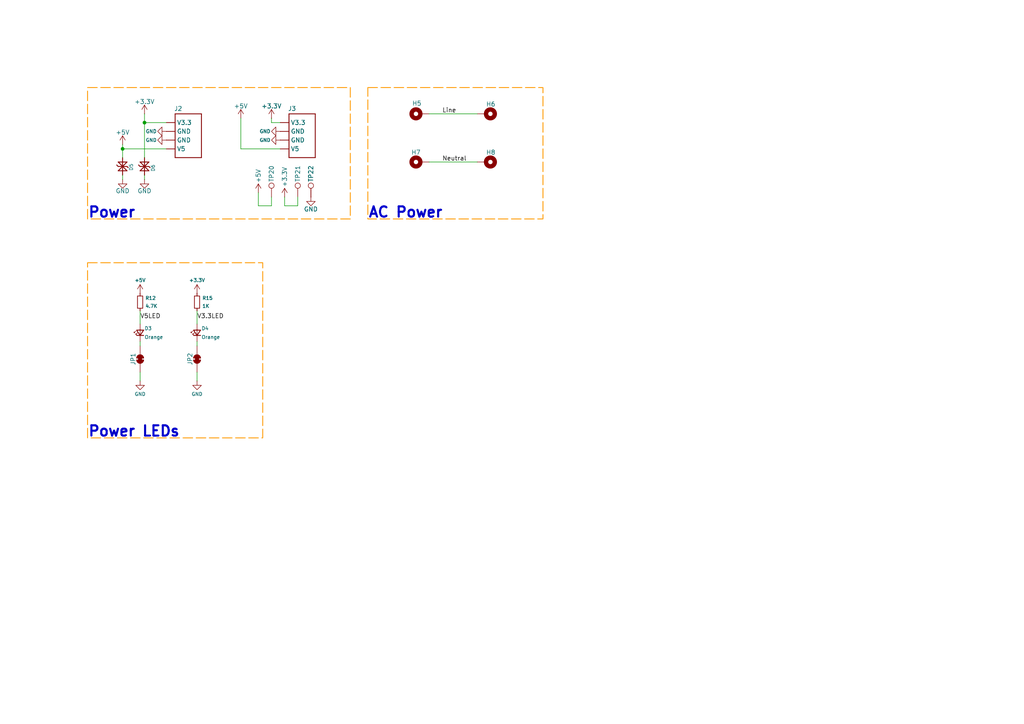
<source format=kicad_sch>
(kicad_sch (version 20250114) (generator "eeschema") (generator_version "9.0")
  (paper "A4")
  (title_block (title "Current Sensor") (date "<<release-date>>") (rev "<<tag>>") (comment 1 "<<hash>>"))
  (lib_symbols
    (symbol "CRGM Connector:AQ_POWER"
      (property "Reference" "J" (at 0 2.794 0))
      (symbol "AQ_POWER_1_0"
        (polyline (pts (xy 0 2.54) (xy 7.62 2.54)) (stroke (width 0.254)))
        (polyline (pts (xy 0 -10.16) (xy 0 2.54)) (stroke (width 0.254)))
        (polyline (pts (xy 7.62 2.54) (xy 7.62 -10.16)) (stroke (width 0.254)))
        (polyline (pts (xy 7.62 -10.16) (xy 0 -10.16)) (stroke (width 0.254)))
        (pin passive line (at -2.54 0 0) (length 2.54) (name "V3.3") (number "4"))
        (pin passive line (at -2.54 -2.54 0) (length 2.54) (name "GND") (number "3"))
        (pin passive line (at -2.54 -5.08 0) (length 2.54) (name "GND") (number "2"))
        (pin passive line (at -2.54 -7.62 0) (length 2.54) (name "V5") (number "1"))
      )
    )
    (symbol "CRGM Passive:PESD3V3S1BL"
      (property "Reference" "D" (at -1.524 1.524 0))
      (symbol "PESD3V3S1BL_1_0"
        (polyline (pts (xy -2.54 0) (xy 2.54 0)) (stroke (width 0.254)))
        (polyline (pts (xy -1.27 1.27) (xy -0.0101 0.0101)) (stroke (width 0.254)))
        (polyline (pts (xy -1.27 -1.27) (xy -1.27 1.27)) (stroke (width 0.254)))
        (polyline (pts (xy -0.3445 -1.6043) (xy -0.3573 -1.6043)) (stroke (width 0.254)))
        (polyline (pts (xy -0.0101 1.2955) (xy -0.0101 -1.27)) (stroke (width 0.254)))
        (polyline (pts (xy -0.0101 1.2955) (xy 0.3778 1.6835)) (stroke (width 0.254)))
        (polyline (pts (xy -0.0101 0.0101) (xy -0.0101 -0.0101)) (stroke (width 0.254)))
        (polyline (pts (xy -0.0101 -0.0101) (xy -1.27 -1.27)) (stroke (width 0.254)))
        (polyline (pts (xy -0.0101 -1.27) (xy -0.3445 -1.6043)) (stroke (width 0.254)))
        (polyline (pts (xy 0.0101 0.0101) (xy 0.0101 -0.0101)) (stroke (width 0.254)))
        (polyline (pts (xy 0.0101 -0.0101) (xy 1.27 -1.27)) (stroke (width 0.254)))
        (polyline (pts (xy 0.3778 1.6835) (xy 0.3981 1.6835)) (stroke (width 0.254)))
        (polyline (pts (xy 1.27 1.27) (xy 0.0101 0.0101)) (stroke (width 0.254)))
        (polyline (pts (xy 1.27 -1.27) (xy 1.27 1.27)) (stroke (width 0.254)))
        (pin passive line (at -2.54 0 0) (length 0) (name "K1") (number "1"))
        (pin passive line (at 2.54 0 180) (length 0) (name "K2") (number "2"))
      )
    )
    (symbol "CRGM Passive:PESD5V5C1BLYL"
      (property "Reference" "D" (at -1.524 1.524 0))
      (symbol "PESD5V5C1BLYL_1_0"
        (polyline (pts (xy -2.54 0) (xy 2.54 0)) (stroke (width 0.254)))
        (polyline (pts (xy -1.27 1.27) (xy -0.0101 0.0101)) (stroke (width 0.254)))
        (polyline (pts (xy -1.27 -1.27) (xy -1.27 1.27)) (stroke (width 0.254)))
        (polyline (pts (xy -0.3445 -1.6043) (xy -0.3573 -1.6043)) (stroke (width 0.254)))
        (polyline (pts (xy -0.0101 1.2955) (xy -0.0101 -1.27)) (stroke (width 0.254)))
        (polyline (pts (xy -0.0101 1.2955) (xy 0.3778 1.6835)) (stroke (width 0.254)))
        (polyline (pts (xy -0.0101 0.0101) (xy -0.0101 -0.0101)) (stroke (width 0.254)))
        (polyline (pts (xy -0.0101 -0.0101) (xy -1.27 -1.27)) (stroke (width 0.254)))
        (polyline (pts (xy -0.0101 -1.27) (xy -0.3445 -1.6043)) (stroke (width 0.254)))
        (polyline (pts (xy 0.0101 0.0101) (xy 0.0101 -0.0101)) (stroke (width 0.254)))
        (polyline (pts (xy 0.0101 -0.0101) (xy 1.27 -1.27)) (stroke (width 0.254)))
        (polyline (pts (xy 0.3778 1.6835) (xy 0.3981 1.6835)) (stroke (width 0.254)))
        (polyline (pts (xy 1.27 1.27) (xy 0.0101 0.0101)) (stroke (width 0.254)))
        (polyline (pts (xy 1.27 -1.27) (xy 1.27 1.27)) (stroke (width 0.254)))
        (pin passive line (at -2.54 0 0) (length 0) (name "K1") (number "1"))
        (pin passive line (at 2.54 0 180) (length 0) (name "K2") (number "2"))
      )
    )
    (symbol "Connector:TestPoint" (pin_numbers (hide yes)) (pin_names (offset 0.762) (hide yes))
      (property "Reference" "TP" (at 0 6.858 0))
      (property "Value" "TestPoint" (at 0 5.08 0))
      (symbol "TestPoint_0_1"
        (circle (center 0 3.302) (radius 0.762))
      )
      (symbol "TestPoint_1_1"
        (pin passive line (at 0 0 90) (length 2.54) (name "1") (number "1"))
      )
    )
    (symbol "Device:LED_Small" (pin_numbers (hide yes)) (pin_names (offset 0.254) (hide yes))
      (property "Reference" "D" (at -1.27 3.175 0))
      (property "Value" "LED_Small" (at -4.445 -2.54 0))
      (symbol "LED_Small_0_1"
        (polyline (pts (xy -0.762 -1.016) (xy -0.762 1.016)) (stroke (width 0.254)))
        (polyline (pts (xy 0 0.762) (xy -0.508 1.27) (xy -0.254 1.27) (xy -0.508 1.27) (xy -0.508 1.016)))
        (polyline (pts (xy 0.508 1.27) (xy 0 1.778) (xy 0.254 1.778) (xy 0 1.778) (xy 0 1.524)))
        (polyline (pts (xy 0.762 -1.016) (xy -0.762 0) (xy 0.762 1.016) (xy 0.762 -1.016)) (stroke (width 0.254)))
        (polyline (pts (xy 1.016 0) (xy -0.762 0)))
      )
      (symbol "LED_Small_1_1"
        (pin passive line (at -2.54 0 0) (length 1.778) (name "K") (number "1"))
        (pin passive line (at 2.54 0 180) (length 1.778) (name "A") (number "2"))
      )
    )
    (symbol "Device:R_Small" (pin_numbers (hide yes)) (pin_names (offset 0.254) (hide yes))
      (property "Reference" "R" (at 0 0 90))
      (property "Value" "R_Small" (at 1.778 0 90))
      (symbol "R_Small_0_1"
        (rectangle (start -0.762 1.778) (end 0.762 -1.778) (stroke (width 0.2032)))
      )
      (symbol "R_Small_1_1"
        (pin passive line (at 0 2.54 270) (length 0.762) (name "~") (number "1"))
        (pin passive line (at 0 -2.54 90) (length 0.762) (name "~") (number "2"))
      )
    )
    (symbol "Jumper:SolderJumper_2_Bridged" (pin_numbers (hide yes)) (pin_names (offset 0) (hide yes)) (in_bom no)
      (property "Reference" "JP" (at 0 2.032 0))
      (property "Value" "SolderJumper_2_Bridged" (at 0 -2.54 0))
      (symbol "SolderJumper_2_Bridged_0_1"
        (rectangle (start -0.508 0.508) (end 0.508 -0.508) (fill (type outline)))
        (polyline (pts (xy -0.254 1.016) (xy -0.254 -1.016)))
        (arc (start -0.254 -1.016) (mid -1.2656 0) (end -0.254 1.016))
        (arc (start -0.254 -1.016) (mid -1.2656 0) (end -0.254 1.016) (fill (type outline)))
        (arc (start 0.254 1.016) (mid 1.2656 0) (end 0.254 -1.016))
        (arc (start 0.254 1.016) (mid 1.2656 0) (end 0.254 -1.016) (fill (type outline)))
        (polyline (pts (xy 0.254 1.016) (xy 0.254 -1.016)))
      )
      (symbol "SolderJumper_2_Bridged_1_1"
        (pin passive line (at -3.81 0 0) (length 2.54) (name "A") (number "1"))
        (pin passive line (at 3.81 0 180) (length 2.54) (name "B") (number "2"))
      )
    )
    (symbol "Mechanical:MountingHole_Pad" (pin_numbers (hide yes)) (pin_names (offset 1.016) (hide yes)) (in_bom no)
      (property "Reference" "H" (at 0 6.35 0))
      (symbol "MountingHole_Pad_0_1"
        (circle (center 0 1.27) (radius 1.27) (stroke (width 1.27)))
      )
      (symbol "MountingHole_Pad_1_1"
        (pin passive line (at 0 -2.54 90) (length 2.54) (name "1") (number "1"))
      )
    )
    (symbol "power:+3.3V" (power) (pin_numbers (hide yes)) (pin_names (offset 0) (hide yes))
      (property "Value" "+3.3V" (at 0 3.556 0))
      (symbol "+3.3V_0_1"
        (polyline (pts (xy -0.762 1.27) (xy 0 2.54)))
        (polyline (pts (xy 0 2.54) (xy 0.762 1.27)))
        (polyline (pts (xy 0 0) (xy 0 2.54)))
      )
      (symbol "+3.3V_1_1"
        (pin power_in line (at 0 0 90) (length 0) (name "~") (number "1"))
      )
    )
    (symbol "power:+5V" (power) (pin_numbers (hide yes)) (pin_names (offset 0) (hide yes))
      (property "Value" "+5V" (at 0 3.556 0))
      (symbol "+5V_0_1"
        (polyline (pts (xy -0.762 1.27) (xy 0 2.54)))
        (polyline (pts (xy 0 2.54) (xy 0.762 1.27)))
        (polyline (pts (xy 0 0) (xy 0 2.54)))
      )
      (symbol "+5V_1_1"
        (pin power_in line (at 0 0 90) (length 0) (name "~") (number "1"))
      )
    )
    (symbol "power:GND" (power) (pin_numbers (hide yes)) (pin_names (offset 0) (hide yes))
      (property "Value" "GND" (at 0 -3.81 0))
      (symbol "GND_0_1"
        (polyline (pts (xy 0 0) (xy 0 -1.27) (xy 1.27 -1.27) (xy 0 -2.54) (xy -1.27 -1.27) (xy 0 -1.27)))
      )
      (symbol "GND_1_1"
        (pin power_in line (at 0 0 270) (length 0) (name "~") (number "1"))
      )
    )
  )
  (rectangle (start 25.4 76.2) (end 76.2 127) (stroke (width 0.254) (type dash) (color 255 153 0 1)))
  (rectangle (start 106.68 25.4) (end 157.48 63.5) (stroke (width 0.254) (type dash) (color 255 153 0 1)))
  (rectangle (start 25.4 25.4) (end 101.6 63.5) (stroke (width 0.254) (type dash) (color 255 153 0 1)))
  (text "Power LEDs" (at 25.4 127 0) (effects (font (size 3 3) (thickness 0.6) (bold yes)) (justify left bottom)))
  (text "Power" (at 25.4 63.5 0) (effects (font (size 3 3) (thickness 0.6) (bold yes)) (justify left bottom)))
  (text "AC Power" (at 106.68 63.5 0) (effects (font (size 3 3) (thickness 0.6) (bold yes)) (justify left bottom)))
  (junction (at 41.91 35.56))
  (junction (at 35.56 43.18))
  (wire (pts (xy 41.91 52.07) (xy 41.91 50.8)))
  (wire (pts (xy 35.56 43.18) (xy 35.56 45.72)))
  (wire (pts (xy 81.28 43.18) (xy 69.85 43.18)))
  (wire (pts (xy 57.15 93.98) (xy 57.15 90.17)))
  (wire (pts (xy 40.64 93.98) (xy 40.64 90.17)))
  (wire (pts (xy 41.91 35.56) (xy 48.26 35.56)))
  (wire (pts (xy 124.46 33.02) (xy 138.43 33.02)) (stroke (width 0.1524)))
  (wire (pts (xy 69.85 43.18) (xy 69.85 34.29)))
  (wire (pts (xy 78.74 59.69) (xy 78.74 57.15)))
  (wire (pts (xy 86.36 57.15) (xy 86.36 59.69)))
  (wire (pts (xy 82.55 57.15) (xy 82.55 59.69)))
  (wire (pts (xy 35.56 50.8) (xy 35.56 52.07)))
  (wire (pts (xy 74.93 59.69) (xy 74.93 55.88)))
  (wire (pts (xy 41.91 35.56) (xy 41.91 45.72)))
  (wire (pts (xy 40.64 100.33) (xy 40.64 99.06)))
  (wire (pts (xy 40.64 110.49) (xy 40.64 107.95)))
  (wire (pts (xy 86.36 59.69) (xy 82.55 59.69)))
  (wire (pts (xy 78.74 35.56) (xy 78.74 34.29)))
  (wire (pts (xy 124.46 46.99) (xy 138.43 46.99)) (stroke (width 0.1524)))
  (wire (pts (xy 74.93 59.69) (xy 78.74 59.69)))
  (wire (pts (xy 81.28 35.56) (xy 78.74 35.56)))
  (wire (pts (xy 57.15 100.33) (xy 57.15 99.06)))
  (wire (pts (xy 41.91 35.56) (xy 41.91 33.02)))
  (wire (pts (xy 35.56 41.91) (xy 35.56 43.18)))
  (wire (pts (xy 57.15 110.49) (xy 57.15 107.95)))
  (wire (pts (xy 35.56 43.18) (xy 48.26 43.18)))
  (label "Line" (at 128.27 33.02 0))
  (label "V3.3LED" (at 57.15 92.71 0))
  (label "Neutral" (at 128.27 46.99 0))
  (label "V5LED" (at 40.64 92.71 0))
  (symbol (lib_id "Jumper:SolderJumper_2_Bridged") (at 57.15 104.14 90) (unit 1) (in_bom no)
    (property "Reference" "JP2" (at 55.118 104.14 0))
    (property "Footprint" "CRGM Connector:SolderJumper-2_P1.3mm_Bridged_RoundedPad1.0x1.5mm" (effects (hide yes)))
    (property "Description" "Solder Jumper, 2-pole, closed/bridged" (effects (hide yes)))
  )
  (symbol (lib_id "Mechanical:MountingHole_Pad") (at 121.92 33.02 90) (unit 1) (in_bom no)
    (property "Reference" "H5" (at 120.904 29.972 90))
    (property "Footprint" "CRGM Mechanical:MountingHole_3.2mm_M3_Pad_Via" (effects (hide yes)))
    (property "Description" "Mounting Hole with connection" (effects (hide yes)))
  )
  (symbol (lib_id "power:GND") (at 90.17 57.15 0) (unit 1)
    (property "Reference" "#PWR0113" (effects (hide yes)))
    (property "Value" "GND" (at 90.17 59.944 0) (effects (justify top)))
    (property "Description" "Power symbol creates a global label with name \"GND\" , ground" (effects (hide yes)))
  )
  (symbol (lib_id "Device:LED_Small") (at 40.64 96.52 90) (unit 1)
    (property "Reference" "D3" (at 41.91 95.25 90) (effects (font (size 1 1)) (justify right)))
    (property "Value" "Orange" (at 41.91 97.79 90) (effects (font (size 1 1)) (justify right)))
    (property "Footprint" "CRGM Passive:LED_0603_1608Metric" (effects (hide yes)))
    (property "Datasheet" "https://optoelectronics.liteon.com/upload/download/DS22-2000-228/LTST-C191KGKT.PDF" (effects (hide yes)))
    (property "Description" "20mA 315mcd Colorless Orange 120° 50mW 2.3V 0603" (effects (hide yes)))
    (property "MN" "XINGLIGHT" (effects (hide yes)))
    (property "MPN" "XL-1608UOC-06" (effects (hide yes)))
    (property "Mouser" "859-LTST-C190KFKT" (effects (hide yes)))
    (property "Digikey" "5962-XL-1608UOC-06TR-ND" (effects (hide yes)))
    (property "LCSC" "C965800" (effects (hide yes)))
  )
  (symbol (lib_id "CRGM Passive:PESD3V3S1BL") (at 41.91 48.26 90) (unit 1)
    (property "Reference" "D6" (at 44.958 49.784 0) (effects (font (size 1 1) (thickness 0.125)) (justify left bottom)))
    (property "Value" "PESD3V3S1BL" (effects (hide yes)))
    (property "Footprint" "CRGM Passive:DFN1006-2" (effects (hide yes)))
    (property "Datasheet" "https://www.nexperia.com/product/PESD3V3S1BL" (effects (hide yes)))
    (property "Description" "PESD3V3S1BL - Low capacitance bidirectional ESD protection diode\nVrwm=3.3v\nSource: https://assets.nexperia.com/documents/data-sheet/PESD3V3S1BL.pdf  Datasheet\nJLCPCB - C552521  Alternate https://jlcpcb.com/partdetail/DiodesIncorporated-DESD3V3S1BL7B/C500765 DESD3V3S1BL\nJLCPCB - C500765\nhttps://jlcpcb.com/partdetail/Fuxinsemi-LESD8D33CAT5G/C5563754 LESD8D3.3CAT5G\nJLCPCB - C5563754" (effects (hide yes)))
    (property "LCSC" "C5563754" (effects (hide yes)))
    (property "Digikey" "1727-PESD3V3S1BLYLTR-ND" (effects (hide yes)))
    (property "Mouser" "621-DESD3V3S1BL-7B" (effects (hide yes)))
    (property "MN" "FUXINSEMI" (effects (hide yes)))
    (property "MPN" "LESD8D3.3CAT5G" (effects (hide yes)))
  )
  (symbol (lib_id "Mechanical:MountingHole_Pad") (at 140.97 33.02 270) (unit 1) (in_bom no)
    (property "Reference" "H6" (at 140.97 30.226 90) (effects (justify left)))
    (property "Footprint" "CRGM Mechanical:MountingHole_3.2mm_M3_Pad_Via" (effects (hide yes)))
    (property "Description" "Mounting Hole with connection" (effects (hide yes)))
  )
  (symbol (lib_id "power:GND") (at 35.56 52.07 0) (unit 1)
    (property "Reference" "#PWR0115" (effects (hide yes)))
    (property "Value" "GND" (at 35.56 55.372 0))
    (property "Description" "Power symbol creates a global label with name \"GND\" , ground" (effects (hide yes)))
  )
  (symbol (lib_id "power:GND") (at 81.28 40.64 270) (unit 1)
    (property "Reference" "#PWR0111" (effects (hide yes)))
    (property "Value" "GND" (at 78.486 40.64 90) (effects (font (size 1 1)) (justify right)))
    (property "Description" "Power symbol creates a global label with name \"GND\" , ground" (effects (hide yes)))
  )
  (symbol (lib_id "power:GND") (at 40.64 110.49 0) (unit 1)
    (property "Reference" "#PWR025" (effects (hide yes)))
    (property "Value" "GND" (at 40.64 114.3 0) (effects (font (size 1 1))))
  )
  (symbol (lib_id "power:GND") (at 41.91 52.07 0) (unit 1)
    (property "Reference" "#PWR0116" (effects (hide yes)))
    (property "Value" "GND" (at 41.91 55.372 0))
    (property "Description" "Power symbol creates a global label with name \"GND\" , ground" (effects (hide yes)))
  )
  (symbol (lib_id "CRGM Passive:PESD5V5C1BLYL") (at 35.56 48.26 90) (unit 1)
    (property "Reference" "D5" (at 38.608 49.53 0) (effects (font (size 1 1) (thickness 0.125)) (justify left bottom)))
    (property "Value" "PESD5V5C1BL" (effects (hide yes)))
    (property "Footprint" "CRGM Passive:DFN1006-2" (effects (hide yes)))
    (property "Datasheet" "https://assets.nexperia.com/documents/data-sheet/PESD5V5C1BL.pdf" (effects (hide yes)))
    (property "Description" "TVS DIODE Vrwm=5.5v Vcl=5.4v Ippm=6.5A DFN10062" (effects (hide yes)))
    (property "LCSC" "C2827636" (effects (hide yes)))
    (property "Mouser" "771-PESD5V5C1BLYL" (effects (hide yes)))
    (property "Digikey" "1727-PESD5V5C1BLYLTR-ND" (effects (hide yes)))
    (property "MN" "Nexperia" (effects (hide yes)))
    (property "MPN" "PESD5V5C1BLYL" (effects (hide yes)))
  )
  (symbol (lib_id "Mechanical:MountingHole_Pad") (at 121.92 46.99 90) (unit 1) (in_bom no)
    (property "Reference" "H7" (at 120.65 44.196 90))
    (property "Footprint" "CRGM Mechanical:MountingHole_3.2mm_M3_Pad_Via" (effects (hide yes)))
    (property "Description" "Mounting Hole with connection" (effects (hide yes)))
  )
  (symbol (lib_id "Device:LED_Small") (at 57.15 96.52 90) (unit 1)
    (property "Reference" "D4" (at 58.42 95.25 90) (effects (font (size 1 1)) (justify right)))
    (property "Value" "Orange" (at 58.42 97.79 90) (effects (font (size 1 1)) (justify right)))
    (property "Footprint" "CRGM Passive:LED_0603_1608Metric" (effects (hide yes)))
    (property "Datasheet" "https://optoelectronics.liteon.com/upload/download/DS22-2000-228/LTST-C191KGKT.PDF" (effects (hide yes)))
    (property "Description" "20mA 315mcd Colorless Orange 120° 50mW 2.3V 0603" (effects (hide yes)))
    (property "MN" "XINGLIGHT" (effects (hide yes)))
    (property "MPN" "XL-1608UOC-06" (effects (hide yes)))
    (property "Mouser" "859-LTST-C190KFKT" (effects (hide yes)))
    (property "Digikey" "5962-XL-1608UOC-06TR-ND" (effects (hide yes)))
    (property "LCSC" "C965800" (effects (hide yes)))
  )
  (symbol (lib_id "Connector:TestPoint") (at 78.74 57.15 0) (unit 1) (in_bom no)
    (property "Reference" "TP20" (at 78.74 52.832 90) (effects (justify left)))
    (property "Footprint" "CRGM Mechanical:TestPoint_Pad_D1.0mm" (effects (hide yes)))
    (property "Description" "test point" (effects (hide yes)))
  )
  (symbol (lib_id "Device:R_Small") (at 40.64 87.63 0) (unit 1)
    (property "Reference" "R12" (at 42.1386 86.4616 0) (effects (font (size 1 1)) (justify left)))
    (property "Value" "4.7K" (at 42.1386 88.773 0) (effects (font (size 1 1)) (justify left)))
    (property "Footprint" "CRGM Passive:R_0603_1608Metric" (effects (hide yes)))
    (property "Datasheet" "https://www.vishay.com/docs/28773/crcwce3.pdf" (effects (hide yes)))
    (property "Description" "Thick Film Resistors - SMD 1/10Watt 4.7Kohms 5% Commercial Use" (effects (hide yes)))
    (property "MN" "FOJAN " (effects (hide yes)))
    (property "MPN" "FRC0603J472 TS" (effects (hide yes)))
    (property "Mouser" "71-CRCW06034K70JNEAC" (effects (hide yes)))
    (property "Digikey" "541-3993-2-ND" (effects (hide yes)))
    (property "LCSC" "C2907166" (effects (hide yes)))
    (property "Tolerance" "5%" (effects (hide yes)))
  )
  (symbol (lib_id "power:GND") (at 57.15 110.49 0) (unit 1)
    (property "Reference" "#PWR026" (effects (hide yes)))
    (property "Value" "GND" (at 57.15 114.3 0) (effects (font (size 1 1))))
  )
  (symbol (lib_id "power:+3.3V") (at 78.74 34.29 0) (unit 1)
    (property "Reference" "#PWR055" (effects (hide yes)))
    (property "Value" "+3.3V" (at 78.74 31.496 0) (effects (justify bottom)))
    (property "Description" "Power symbol creates a global label with name \"+3.3V\"" (effects (hide yes)))
  )
  (symbol (lib_id "power:+3.3V") (at 82.55 57.15 0) (unit 1)
    (property "Reference" "#PWR0114" (effects (hide yes)))
    (property "Value" "+3.3V" (at 82.55 51.308 90))
    (property "Description" "Power symbol creates a global label with name \"+3.3V\"" (effects (hide yes)))
  )
  (symbol (lib_id "power:GND") (at 81.28 38.1 270) (unit 1)
    (property "Reference" "#PWR0110" (effects (hide yes)))
    (property "Value" "GND" (at 78.486 38.1 90) (effects (font (size 1 1)) (justify right)))
    (property "Description" "Power symbol creates a global label with name \"GND\" , ground" (effects (hide yes)))
  )
  (symbol (lib_id "Connector:TestPoint") (at 86.36 57.15 0) (unit 1) (in_bom no)
    (property "Reference" "TP21" (at 86.36 52.832 90) (effects (justify left)))
    (property "Footprint" "CRGM Mechanical:TestPoint_Pad_D1.0mm" (effects (hide yes)))
    (property "Description" "test point" (effects (hide yes)))
  )
  (symbol (lib_id "CRGM Connector:AQ_POWER") (at 50.8 35.56 0) (unit 1)
    (property "Reference" "J2" (at 50.546 31.496 0) (effects (font (thickness 0.125)) (justify left)))
    (property "Footprint" "CRGM Connector:JST_SH_SM04B-SRSS-TB_1x04-1MP_P1.00mm_Horizontal" (effects (hide yes)))
    (property "Datasheet" "https://www.jst-mfg.com/product/pdf/eng/eSH.pdf" (effects (hide yes)))
    (property "Description" "4 Position, 1mm pitch" (effects (hide yes)))
    (property "MN" "JST" (effects (hide yes)))
    (property "MPN" "SM04B-SRSS-TBT(LF)(SN)" (effects (hide yes)))
    (property "LCSC" "C2763614" (effects (hide yes)))
    (property "Mouser" "306-SM04BSRSSTBTLFSN" (effects (hide yes)))
    (property "Digikey" "455-SM04B-SRSS-TBTR-ND" (effects (hide yes)))
  )
  (symbol (lib_id "power:+3.3V") (at 57.15 85.09 0) (unit 1)
    (property "Reference" "#PWR024" (effects (hide yes)))
    (property "Value" "+3.3V" (at 57.15 81.28 0) (effects (font (size 1 1))))
  )
  (symbol (lib_id "power:+3.3V") (at 41.91 33.02 0) (unit 1)
    (property "Reference" "#PWR028" (effects (hide yes)))
    (property "Value" "+3.3V" (at 41.91 30.226 0) (effects (justify bottom)))
    (property "Description" "Power symbol creates a global label with name \"+3.3V\"" (effects (hide yes)))
  )
  (symbol (lib_id "power:+5V") (at 74.93 55.88 0) (unit 1)
    (property "Reference" "#PWR0112" (effects (hide yes)))
    (property "Value" "+5V" (at 74.93 53.086 90) (effects (justify left)))
    (property "Description" "Power symbol creates a global label with name \"+5V\"" (effects (hide yes)))
  )
  (symbol (lib_id "power:+5V") (at 35.56 41.91 0) (unit 1)
    (property "Reference" "#PWR053" (effects (hide yes)))
    (property "Value" "+5V" (at 35.56 39.116 0) (effects (justify bottom)))
    (property "Description" "Power symbol creates a global label with name \"+5V\"" (effects (hide yes)))
  )
  (symbol (lib_id "power:+5V") (at 69.85 34.29 0) (unit 1)
    (property "Reference" "#PWR027" (effects (hide yes)))
    (property "Value" "+5V" (at 69.85 31.496 0) (effects (justify bottom)))
    (property "Description" "Power symbol creates a global label with name \"+5V\"" (effects (hide yes)))
  )
  (symbol (lib_id "Jumper:SolderJumper_2_Bridged") (at 40.64 104.14 90) (unit 1) (in_bom no)
    (property "Reference" "JP1" (at 38.608 104.14 0))
    (property "Footprint" "CRGM Connector:SolderJumper-2_P1.3mm_Bridged_RoundedPad1.0x1.5mm" (effects (hide yes)))
    (property "Description" "Solder Jumper, 2-pole, closed/bridged" (effects (hide yes)))
  )
  (symbol (lib_id "power:GND") (at 48.26 40.64 270) (unit 1)
    (property "Reference" "#PWR0117" (effects (hide yes)))
    (property "Value" "GND" (at 45.466 40.64 90) (effects (font (size 1 1)) (justify right)))
    (property "Description" "Power symbol creates a global label with name \"GND\" , ground" (effects (hide yes)))
  )
  (symbol (lib_id "CRGM Connector:AQ_POWER") (at 83.82 35.56 0) (unit 1)
    (property "Reference" "J3" (at 83.566 31.496 0) (effects (font (thickness 0.125)) (justify left)))
    (property "Footprint" "CRGM Connector:JST_SH_SM04B-SRSS-TB_1x04-1MP_P1.00mm_Horizontal" (effects (hide yes)))
    (property "Datasheet" "https://www.jst-mfg.com/product/pdf/eng/eSH.pdf" (effects (hide yes)))
    (property "Description" "4 Position, 1mm pitch" (effects (hide yes)))
    (property "MN" "JST" (effects (hide yes)))
    (property "MPN" "SM04B-SRSS-TBT(LF)(SN)" (effects (hide yes)))
    (property "LCSC" "C2763614" (effects (hide yes)))
    (property "Mouser" "306-SM04BSRSSTBTLFSN" (effects (hide yes)))
    (property "Digikey" "455-SM04B-SRSS-TBTR-ND" (effects (hide yes)))
  )
  (symbol (lib_id "Connector:TestPoint") (at 90.17 57.15 0) (unit 1) (in_bom no)
    (property "Reference" "TP22" (at 90.17 52.832 90) (effects (justify left)))
    (property "Footprint" "CRGM Mechanical:TestPoint_Pad_D1.0mm" (effects (hide yes)))
    (property "Description" "test point" (effects (hide yes)))
  )
  (symbol (lib_id "Device:R_Small") (at 57.15 87.63 0) (unit 1)
    (property "Reference" "R15" (at 58.6486 86.4616 0) (effects (font (size 1 1)) (justify left)))
    (property "Value" "1K" (at 58.6486 88.773 0) (effects (font (size 1 1)) (justify left)))
    (property "Footprint" "CRGM Passive:R_0603_1608Metric" (effects (hide yes)))
    (property "Datasheet" "https://www.vishay.com/docs/28773/crcwce3.pdf" (effects (hide yes)))
    (property "Description" "Thick Film Resistors - SMD 1/10watt 1.0Kohms 1%" (effects (hide yes)))
    (property "MN" "FOJAN" (effects (hide yes)))
    (property "MPN" "FRC0603J102 TS" (effects (hide yes)))
    (property "Mouser" "71-CRCW06031K00JNEAC" (effects (hide yes)))
    (property "Digikey" "541-3991-2-ND" (effects (hide yes)))
    (property "LCSC" "C2907113" (effects (hide yes)))
    (property "Tolerance" "5%" (effects (hide yes)))
  )
  (symbol (lib_id "Mechanical:MountingHole_Pad") (at 140.97 46.99 270) (unit 1) (in_bom no)
    (property "Reference" "H8" (at 140.97 44.196 90) (effects (justify left)))
    (property "Footprint" "CRGM Mechanical:MountingHole_3.2mm_M3_Pad_Via" (effects (hide yes)))
    (property "Description" "Mounting Hole with connection" (effects (hide yes)))
  )
  (symbol (lib_id "power:GND") (at 48.26 38.1 270) (unit 1)
    (property "Reference" "#PWR0118" (effects (hide yes)))
    (property "Value" "GND" (at 45.466 38.1 90) (effects (font (size 1 1)) (justify right)))
    (property "Description" "Power symbol creates a global label with name \"GND\" , ground" (effects (hide yes)))
  )
  (symbol (lib_id "power:+5V") (at 40.64 85.09 0) (unit 1)
    (property "Reference" "#PWR023" (effects (hide yes)))
    (property "Value" "+5V" (at 40.64 81.28 0) (effects (font (size 1 1))))
  )
)
</source>
